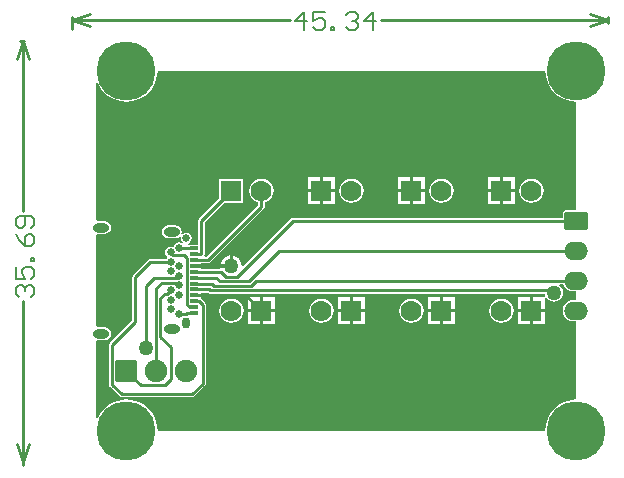
<source format=gtl>
G04 Layer_Physical_Order=1*
G04 Layer_Color=255*
%FSLAX44Y44*%
%MOMM*%
G71*
G01*
G75*
%ADD10R,0.7000X0.3000*%
%ADD11C,0.2540*%
%ADD12C,0.1524*%
%ADD13O,1.4000X0.8000*%
%ADD14C,0.6500*%
%ADD15O,0.6500X0.9500*%
%ADD16C,1.7780*%
%ADD17R,1.7780X1.7780*%
%ADD18C,5.0000*%
%ADD19O,2.0320X1.5240*%
G04:AMPARAMS|DCode=20|XSize=1.524mm|YSize=2.032mm|CornerRadius=0.1905mm|HoleSize=0mm|Usage=FLASHONLY|Rotation=270.000|XOffset=0mm|YOffset=0mm|HoleType=Round|Shape=RoundedRectangle|*
%AMROUNDEDRECTD20*
21,1,1.5240,1.6510,0,0,270.0*
21,1,1.1430,2.0320,0,0,270.0*
1,1,0.3810,-0.8255,-0.5715*
1,1,0.3810,-0.8255,0.5715*
1,1,0.3810,0.8255,0.5715*
1,1,0.3810,0.8255,-0.5715*
%
%ADD20ROUNDEDRECTD20*%
G04:AMPARAMS|DCode=21|XSize=1.905mm|YSize=1.905mm|CornerRadius=0.2381mm|HoleSize=0mm|Usage=FLASHONLY|Rotation=90.000|XOffset=0mm|YOffset=0mm|HoleType=Round|Shape=RoundedRectangle|*
%AMROUNDEDRECTD21*
21,1,1.9050,1.4287,0,0,90.0*
21,1,1.4287,1.9050,0,0,90.0*
1,1,0.4763,0.7144,0.7144*
1,1,0.4763,0.7144,-0.7144*
1,1,0.4763,-0.7144,-0.7144*
1,1,0.4763,-0.7144,0.7144*
%
%ADD21ROUNDEDRECTD21*%
%ADD22C,1.9050*%
%ADD23C,1.2700*%
G36*
X659773Y1138878D02*
X660739Y1134857D01*
X662321Y1131037D01*
X664481Y1127511D01*
X667167Y1124367D01*
X670311Y1121681D01*
X673837Y1119521D01*
X677657Y1117939D01*
X681678Y1116973D01*
X685800Y1116649D01*
Y1024952D01*
X677545D01*
X676306Y1024706D01*
X675256Y1024004D01*
X674554Y1022954D01*
X674308Y1021715D01*
Y1018590D01*
X446010D01*
X445019Y1018393D01*
X444179Y1017831D01*
X403508Y977160D01*
X403175Y977324D01*
X402394Y977842D01*
X402107Y980021D01*
X401211Y982183D01*
X399786Y984040D01*
X397929Y985465D01*
X395767Y986361D01*
X394716Y986499D01*
Y977700D01*
X393446D01*
Y976430D01*
X384515D01*
X383516Y975290D01*
X368240D01*
Y976430D01*
X362200D01*
Y978970D01*
X368240D01*
Y980110D01*
X373886D01*
X374878Y980307D01*
X375718Y980869D01*
X420931Y1026082D01*
X421493Y1026923D01*
X421690Y1027914D01*
Y1031493D01*
X421752Y1031501D01*
X424224Y1032525D01*
X426346Y1034154D01*
X427975Y1036276D01*
X428998Y1038748D01*
X429348Y1041400D01*
X428998Y1044052D01*
X427975Y1046524D01*
X426346Y1048646D01*
X424224Y1050275D01*
X421752Y1051299D01*
X419100Y1051648D01*
X416448Y1051299D01*
X413976Y1050275D01*
X411854Y1048646D01*
X410225Y1046524D01*
X409202Y1044052D01*
X408852Y1041400D01*
X409202Y1038748D01*
X410225Y1036276D01*
X411854Y1034154D01*
X413976Y1032525D01*
X416448Y1031501D01*
X416510Y1031493D01*
Y1028986D01*
X372814Y985290D01*
X371272D01*
X370593Y986560D01*
X370693Y986709D01*
X370890Y987700D01*
Y1014927D01*
X387202Y1031240D01*
X403860D01*
Y1051560D01*
X383540D01*
Y1034902D01*
X366469Y1017831D01*
X365907Y1016991D01*
X365710Y1016000D01*
Y995470D01*
X357430D01*
X357430Y995470D01*
X357423Y995471D01*
X357015Y996166D01*
X357364Y996942D01*
X358859Y997941D01*
X359858Y999436D01*
X360209Y1001200D01*
X359858Y1002964D01*
X358859Y1004459D01*
X357364Y1005458D01*
X355600Y1005808D01*
X353836Y1005458D01*
X352365Y1004475D01*
X352252Y1004500D01*
X351175Y1004999D01*
X351473Y1006500D01*
X351064Y1008556D01*
X349900Y1010299D01*
X348156Y1011464D01*
X346100Y1011873D01*
X340100D01*
X338044Y1011464D01*
X336301Y1010299D01*
X335136Y1008556D01*
X334727Y1006500D01*
X335136Y1004444D01*
X336301Y1002700D01*
X338044Y1001536D01*
X340100Y1001127D01*
X346100D01*
X348156Y1001536D01*
X349900Y1002700D01*
X350036Y1002904D01*
X351232Y1002408D01*
X350991Y1001200D01*
X351342Y999436D01*
X352341Y997941D01*
X351567Y996988D01*
X350864Y997458D01*
X349100Y997809D01*
X347337Y997458D01*
X345841Y996459D01*
X344842Y994964D01*
X344731Y994405D01*
X343863Y993458D01*
X342100Y993809D01*
X340336Y993458D01*
X338841Y992459D01*
X337842Y990964D01*
X337491Y989200D01*
X337842Y987436D01*
X338841Y985941D01*
X338889Y984661D01*
X338235Y983790D01*
X325120D01*
X324129Y983593D01*
X323289Y983031D01*
X310589Y970331D01*
X310027Y969491D01*
X309830Y968500D01*
Y931475D01*
X290777Y912421D01*
X290215Y911581D01*
X290018Y910590D01*
Y877062D01*
X290215Y876071D01*
X290777Y875231D01*
X298905Y867103D01*
X299745Y866541D01*
X300736Y866344D01*
X360426D01*
X361417Y866541D01*
X362257Y867103D01*
X371147Y875993D01*
X371709Y876833D01*
X371906Y877824D01*
Y944880D01*
X371709Y945871D01*
X371147Y946711D01*
X368327Y949531D01*
X368240Y949589D01*
Y951430D01*
X362200D01*
Y953970D01*
X368240D01*
Y955110D01*
X373386D01*
X373495Y955001D01*
X374336Y954439D01*
X375327Y954242D01*
X659169D01*
X659326Y953051D01*
X659368Y952951D01*
X659129Y951708D01*
Y951708D01*
X659129Y951708D01*
X659129Y951708D01*
X658706Y951230D01*
X658217Y951230D01*
X648970D01*
Y941070D01*
X659130D01*
Y950132D01*
X659130Y950367D01*
X659856Y950614D01*
X660930Y950108D01*
X661315Y949605D01*
X662907Y948384D01*
X664761Y947616D01*
X666750Y947354D01*
X668739Y947616D01*
X670593Y948384D01*
X672185Y949605D01*
X673406Y951197D01*
X674174Y953051D01*
X674436Y955040D01*
X674174Y957029D01*
X673406Y958883D01*
X672185Y960475D01*
X671057Y961340D01*
X671488Y962610D01*
X674710D01*
X675495Y960717D01*
X676920Y958860D01*
X678777Y957435D01*
X680939Y956539D01*
X683260Y956233D01*
X685800D01*
Y948767D01*
X683260D01*
X680939Y948461D01*
X678777Y947565D01*
X676920Y946140D01*
X675495Y944283D01*
X674599Y942121D01*
X674293Y939800D01*
X674599Y937479D01*
X675495Y935317D01*
X676920Y933460D01*
X678777Y932035D01*
X680939Y931139D01*
X683260Y930833D01*
X685800D01*
Y864551D01*
X681678Y864227D01*
X677657Y863261D01*
X673837Y861679D01*
X670311Y859519D01*
X667167Y856833D01*
X664481Y853689D01*
X662321Y850163D01*
X660739Y846343D01*
X659773Y842322D01*
X659449Y838200D01*
X331151D01*
X330827Y842322D01*
X329861Y846343D01*
X328279Y850163D01*
X326119Y853689D01*
X323433Y856833D01*
X320289Y859519D01*
X316763Y861679D01*
X312943Y863261D01*
X308922Y864227D01*
X304800Y864551D01*
X300678Y864227D01*
X296657Y863261D01*
X292837Y861679D01*
X289311Y859519D01*
X286167Y856833D01*
X283481Y853689D01*
X281321Y850163D01*
X280670Y848592D01*
X279400Y848845D01*
Y914164D01*
X280382Y914970D01*
X280600Y914927D01*
X286600D01*
X288656Y915336D01*
X290400Y916500D01*
X291564Y918244D01*
X291973Y920300D01*
X291564Y922356D01*
X290400Y924099D01*
X288656Y925264D01*
X286600Y925673D01*
X280600D01*
X280382Y925630D01*
X279400Y926435D01*
Y1003965D01*
X280382Y1004770D01*
X280600Y1004727D01*
X286600D01*
X288656Y1005136D01*
X290400Y1006301D01*
X291564Y1008044D01*
X291973Y1010100D01*
X291564Y1012156D01*
X290400Y1013900D01*
X288656Y1015064D01*
X286600Y1015473D01*
X280600D01*
X280382Y1015430D01*
X279400Y1016236D01*
Y1117600D01*
Y1132355D01*
X280670Y1132608D01*
X281321Y1131037D01*
X283481Y1127511D01*
X286167Y1124367D01*
X289311Y1121681D01*
X292837Y1119521D01*
X296657Y1117939D01*
X300678Y1116973D01*
X304800Y1116649D01*
X308922Y1116973D01*
X312943Y1117939D01*
X316763Y1119521D01*
X320289Y1121681D01*
X323433Y1124367D01*
X326119Y1127511D01*
X328279Y1131037D01*
X329861Y1134857D01*
X330827Y1138878D01*
X331151Y1143000D01*
X659449D01*
X659773Y1138878D01*
D02*
G37*
%LPC*%
G36*
X633730Y1052830D02*
X623570D01*
Y1042670D01*
X633730D01*
Y1052830D01*
D02*
G37*
G36*
X621030D02*
X610870D01*
Y1042670D01*
X621030D01*
Y1052830D01*
D02*
G37*
G36*
X557530D02*
X547370D01*
Y1042670D01*
X557530D01*
Y1052830D01*
D02*
G37*
G36*
X544830D02*
X534670D01*
Y1042670D01*
X544830D01*
Y1052830D01*
D02*
G37*
G36*
X481330D02*
X471170D01*
Y1042670D01*
X481330D01*
Y1052830D01*
D02*
G37*
G36*
X468630D02*
X458470D01*
Y1042670D01*
X468630D01*
Y1052830D01*
D02*
G37*
G36*
X647700Y1051648D02*
X645048Y1051299D01*
X642576Y1050275D01*
X640454Y1048646D01*
X638825Y1046524D01*
X637802Y1044052D01*
X637452Y1041400D01*
X637802Y1038748D01*
X638825Y1036276D01*
X640454Y1034154D01*
X642576Y1032525D01*
X645048Y1031501D01*
X647700Y1031152D01*
X650352Y1031501D01*
X652824Y1032525D01*
X654946Y1034154D01*
X656575Y1036276D01*
X657598Y1038748D01*
X657948Y1041400D01*
X657598Y1044052D01*
X656575Y1046524D01*
X654946Y1048646D01*
X652824Y1050275D01*
X650352Y1051299D01*
X647700Y1051648D01*
D02*
G37*
G36*
X571500D02*
X568848Y1051299D01*
X566376Y1050275D01*
X564254Y1048646D01*
X562625Y1046524D01*
X561601Y1044052D01*
X561252Y1041400D01*
X561601Y1038748D01*
X562625Y1036276D01*
X564254Y1034154D01*
X566376Y1032525D01*
X568848Y1031501D01*
X571500Y1031152D01*
X574152Y1031501D01*
X576624Y1032525D01*
X578746Y1034154D01*
X580375Y1036276D01*
X581399Y1038748D01*
X581748Y1041400D01*
X581399Y1044052D01*
X580375Y1046524D01*
X578746Y1048646D01*
X576624Y1050275D01*
X574152Y1051299D01*
X571500Y1051648D01*
D02*
G37*
G36*
X495300D02*
X492648Y1051299D01*
X490176Y1050275D01*
X488054Y1048646D01*
X486425Y1046524D01*
X485401Y1044052D01*
X485052Y1041400D01*
X485401Y1038748D01*
X486425Y1036276D01*
X488054Y1034154D01*
X490176Y1032525D01*
X492648Y1031501D01*
X495300Y1031152D01*
X497952Y1031501D01*
X500424Y1032525D01*
X502546Y1034154D01*
X504175Y1036276D01*
X505199Y1038748D01*
X505548Y1041400D01*
X505199Y1044052D01*
X504175Y1046524D01*
X502546Y1048646D01*
X500424Y1050275D01*
X497952Y1051299D01*
X495300Y1051648D01*
D02*
G37*
G36*
X633730Y1040130D02*
X623570D01*
Y1029970D01*
X633730D01*
Y1040130D01*
D02*
G37*
G36*
X621030D02*
X610870D01*
Y1029970D01*
X621030D01*
Y1040130D01*
D02*
G37*
G36*
X557530D02*
X547370D01*
Y1029970D01*
X557530D01*
Y1040130D01*
D02*
G37*
G36*
X544830D02*
X534670D01*
Y1029970D01*
X544830D01*
Y1040130D01*
D02*
G37*
G36*
X481330D02*
X471170D01*
Y1029970D01*
X481330D01*
Y1040130D01*
D02*
G37*
G36*
X468630D02*
X458470D01*
Y1029970D01*
X468630D01*
Y1040130D01*
D02*
G37*
G36*
X392176Y986499D02*
X391125Y986361D01*
X388963Y985465D01*
X387106Y984040D01*
X385681Y982183D01*
X384785Y980021D01*
X384646Y978970D01*
X392176D01*
Y986499D01*
D02*
G37*
G36*
X506730Y951230D02*
X496570D01*
Y941070D01*
X506730D01*
Y951230D01*
D02*
G37*
G36*
X430530D02*
X420370D01*
Y941070D01*
X430530D01*
Y951230D01*
D02*
G37*
G36*
X582930D02*
X572770D01*
Y941070D01*
X582930D01*
Y951230D01*
D02*
G37*
G36*
X494030D02*
X483870D01*
Y941070D01*
X494030D01*
Y951230D01*
D02*
G37*
G36*
X646430D02*
X636270D01*
Y941070D01*
X646430D01*
Y951230D01*
D02*
G37*
G36*
X570230D02*
X560070D01*
Y941070D01*
X570230D01*
Y951230D01*
D02*
G37*
G36*
X417830D02*
X407670D01*
Y941070D01*
X417830D01*
Y951230D01*
D02*
G37*
G36*
X622300Y950048D02*
X619648Y949698D01*
X617176Y948675D01*
X615054Y947046D01*
X613425Y944924D01*
X612402Y942452D01*
X612052Y939800D01*
X612402Y937148D01*
X613425Y934676D01*
X615054Y932554D01*
X617176Y930925D01*
X619648Y929902D01*
X622300Y929552D01*
X624952Y929902D01*
X627424Y930925D01*
X629546Y932554D01*
X631175Y934676D01*
X632198Y937148D01*
X632548Y939800D01*
X632198Y942452D01*
X631175Y944924D01*
X629546Y947046D01*
X627424Y948675D01*
X624952Y949698D01*
X622300Y950048D01*
D02*
G37*
G36*
X546100D02*
X543448Y949698D01*
X540976Y948675D01*
X538854Y947046D01*
X537225Y944924D01*
X536202Y942452D01*
X535852Y939800D01*
X536202Y937148D01*
X537225Y934676D01*
X538854Y932554D01*
X540976Y930925D01*
X543448Y929902D01*
X546100Y929552D01*
X548752Y929902D01*
X551224Y930925D01*
X553346Y932554D01*
X554975Y934676D01*
X555998Y937148D01*
X556348Y939800D01*
X555998Y942452D01*
X554975Y944924D01*
X553346Y947046D01*
X551224Y948675D01*
X548752Y949698D01*
X546100Y950048D01*
D02*
G37*
G36*
X469900D02*
X467248Y949698D01*
X464776Y948675D01*
X462654Y947046D01*
X461025Y944924D01*
X460001Y942452D01*
X459652Y939800D01*
X460001Y937148D01*
X461025Y934676D01*
X462654Y932554D01*
X464776Y930925D01*
X467248Y929902D01*
X469900Y929552D01*
X472552Y929902D01*
X475024Y930925D01*
X477146Y932554D01*
X478775Y934676D01*
X479799Y937148D01*
X480148Y939800D01*
X479799Y942452D01*
X478775Y944924D01*
X477146Y947046D01*
X475024Y948675D01*
X472552Y949698D01*
X469900Y950048D01*
D02*
G37*
G36*
X393700D02*
X391048Y949698D01*
X388576Y948675D01*
X386454Y947046D01*
X384825Y944924D01*
X383801Y942452D01*
X383452Y939800D01*
X383801Y937148D01*
X384825Y934676D01*
X386454Y932554D01*
X388576Y930925D01*
X391048Y929902D01*
X393700Y929552D01*
X396352Y929902D01*
X398824Y930925D01*
X400946Y932554D01*
X402575Y934676D01*
X403599Y937148D01*
X403948Y939800D01*
X403599Y942452D01*
X402575Y944924D01*
X400946Y947046D01*
X398824Y948675D01*
X396352Y949698D01*
X393700Y950048D01*
D02*
G37*
G36*
X659130Y938530D02*
X648970D01*
Y928370D01*
X659130D01*
Y938530D01*
D02*
G37*
G36*
X646430D02*
X636270D01*
Y928370D01*
X646430D01*
Y938530D01*
D02*
G37*
G36*
X582930D02*
X572770D01*
Y928370D01*
X582930D01*
Y938530D01*
D02*
G37*
G36*
X570230D02*
X560070D01*
Y928370D01*
X570230D01*
Y938530D01*
D02*
G37*
G36*
X506730D02*
X496570D01*
Y928370D01*
X506730D01*
Y938530D01*
D02*
G37*
G36*
X494030D02*
X483870D01*
Y928370D01*
X494030D01*
Y938530D01*
D02*
G37*
G36*
X430530D02*
X420370D01*
Y928370D01*
X430530D01*
Y938530D01*
D02*
G37*
G36*
X417830D02*
X407670D01*
Y928370D01*
X417830D01*
Y938530D01*
D02*
G37*
%LPD*%
D10*
X362200Y937700D02*
D03*
Y942700D02*
D03*
Y947700D02*
D03*
Y952700D02*
D03*
Y957700D02*
D03*
Y992700D02*
D03*
Y987700D02*
D03*
Y982700D02*
D03*
Y977700D02*
D03*
Y972700D02*
D03*
Y967700D02*
D03*
Y962700D02*
D03*
D11*
X217170Y808990D02*
Y814070D01*
X214630Y1168400D02*
X218440D01*
X217170Y811530D02*
Y947558D01*
Y1024244D02*
Y1168400D01*
Y811530D02*
X222250Y826770D01*
X212090D02*
X217170Y811530D01*
X212090Y1153160D02*
X217170Y1168400D01*
X222250Y1153160D01*
X712470Y1183640D02*
Y1188720D01*
X259080Y1178560D02*
Y1188720D01*
X520054Y1186180D02*
X712470D01*
X259080D02*
X443368D01*
X697230Y1191260D02*
X712470Y1186180D01*
X697230Y1181100D02*
X712470Y1186180D01*
X259080D02*
X274320Y1181100D01*
X259080Y1186180D02*
X274320Y1191260D01*
X419100Y1027914D02*
Y1041400D01*
X373886Y982700D02*
X419100Y1027914D01*
X362200Y982700D02*
X373886D01*
X339178Y954278D02*
X342100Y957200D01*
X337312Y954278D02*
X339178D01*
X333560Y950526D02*
X337312Y954278D01*
X333560Y917448D02*
Y950526D01*
Y917448D02*
X342392Y908616D01*
Y881888D02*
Y908616D01*
X337312Y876808D02*
X342392Y881888D01*
X316992Y876808D02*
X337312D01*
X304800Y889000D02*
X316992Y876808D01*
X321310Y908050D02*
Y960545D01*
X328123Y967358D01*
X347258D01*
X349100Y969200D01*
X330200Y889000D02*
Y913100D01*
X329750Y913550D02*
X330200Y913100D01*
X329750Y913550D02*
Y958654D01*
X334644Y963548D01*
X346752D01*
X349100Y961200D01*
X325120Y981200D02*
X342100D01*
X312420Y968500D02*
X325120Y981200D01*
X312420Y930402D02*
Y968500D01*
X292608Y910590D02*
X312420Y930402D01*
X292608Y877062D02*
Y910590D01*
Y877062D02*
X300736Y868934D01*
X360426D01*
X369316Y877824D01*
Y944880D01*
X366496Y947700D02*
X369316Y944880D01*
X362200Y947700D02*
X366496D01*
X362200Y952700D02*
X406200D01*
X419100Y939800D01*
X362200Y957700D02*
X374459D01*
X375327Y956832D01*
X664958D01*
X666750Y955040D01*
X434340Y990600D02*
X685800D01*
X408192Y964452D02*
X434340Y990600D01*
X384078Y964452D02*
X408192D01*
X380830Y967700D02*
X384078Y964452D01*
X362200Y967700D02*
X380830D01*
X414598Y965200D02*
X685800D01*
X410040Y960642D02*
X414598Y965200D01*
X379078Y960642D02*
X410040D01*
X377020Y962700D02*
X379078Y960642D01*
X362200Y962700D02*
X377020D01*
X446010Y1016000D02*
X685800D01*
X398272Y968262D02*
X446010Y1016000D01*
X389078Y968262D02*
X398272D01*
X384640Y972700D02*
X389078Y968262D01*
X362200Y972700D02*
X384640D01*
X362200Y977700D02*
X393446D01*
X355846Y937700D02*
X362200D01*
X355346Y937200D02*
X355846Y937700D01*
X349100Y937200D02*
X355346D01*
X358288Y942700D02*
X362200D01*
X356108Y944880D02*
X358288Y942700D01*
X356108Y944880D02*
Y984504D01*
X353568Y987044D02*
X356108Y984504D01*
X344256Y987044D02*
X353568D01*
X342100Y989200D02*
X344256Y987044D01*
X362200Y987700D02*
X368300D01*
Y1016000D01*
X393700Y1041400D01*
X355846Y992700D02*
X362200D01*
X355346Y993200D02*
X355846Y992700D01*
X349100Y993200D02*
X355346D01*
D12*
X213616Y951622D02*
X211077Y954161D01*
Y959240D01*
X213616Y961779D01*
X216155D01*
X218694Y959240D01*
Y956700D01*
Y959240D01*
X221233Y961779D01*
X223772D01*
X226311Y959240D01*
Y954161D01*
X223772Y951622D01*
X211077Y977014D02*
Y966857D01*
X218694D01*
X216155Y971936D01*
Y974475D01*
X218694Y977014D01*
X223772D01*
X226311Y974475D01*
Y969396D01*
X223772Y966857D01*
X226311Y982092D02*
X223772D01*
Y984631D01*
X226311D01*
Y982092D01*
X211077Y1004945D02*
X213616Y999866D01*
X218694Y994788D01*
X223772D01*
X226311Y997327D01*
Y1002406D01*
X223772Y1004945D01*
X221233D01*
X218694Y1002406D01*
Y994788D01*
X223772Y1010023D02*
X226311Y1012562D01*
Y1017641D01*
X223772Y1020180D01*
X213616D01*
X211077Y1017641D01*
Y1012562D01*
X213616Y1010023D01*
X216155D01*
X218694Y1012562D01*
Y1020180D01*
X455050Y1177038D02*
Y1192273D01*
X447432Y1184656D01*
X457589D01*
X472824Y1192273D02*
X462667D01*
Y1184656D01*
X467746Y1187195D01*
X470285D01*
X472824Y1184656D01*
Y1179578D01*
X470285Y1177038D01*
X465206D01*
X462667Y1179578D01*
X477902Y1177038D02*
Y1179578D01*
X480441D01*
Y1177038D01*
X477902D01*
X490598Y1189734D02*
X493137Y1192273D01*
X498216D01*
X500755Y1189734D01*
Y1187195D01*
X498216Y1184656D01*
X495676D01*
X498216D01*
X500755Y1182117D01*
Y1179578D01*
X498216Y1177038D01*
X493137D01*
X490598Y1179578D01*
X513451Y1177038D02*
Y1192273D01*
X505833Y1184656D01*
X515990D01*
D13*
X283600Y920300D02*
D03*
Y1010100D02*
D03*
X343100Y923900D02*
D03*
Y1006500D02*
D03*
D14*
X349100Y993200D02*
D03*
Y937200D02*
D03*
X342100Y989200D02*
D03*
Y941200D02*
D03*
Y949200D02*
D03*
Y981200D02*
D03*
Y973200D02*
D03*
Y957200D02*
D03*
X349100Y977200D02*
D03*
Y953200D02*
D03*
Y961200D02*
D03*
Y969200D02*
D03*
X355600Y1001200D02*
D03*
D15*
Y929200D02*
D03*
D16*
X419100Y1041400D02*
D03*
X546100Y939800D02*
D03*
X647700Y1041400D02*
D03*
X571500D02*
D03*
X495300D02*
D03*
X393700Y939800D02*
D03*
X469900D02*
D03*
X622300D02*
D03*
D17*
X393700Y1041400D02*
D03*
X571500Y939800D02*
D03*
X622300Y1041400D02*
D03*
X546100D02*
D03*
X469900D02*
D03*
X419100Y939800D02*
D03*
X495300D02*
D03*
X647700D02*
D03*
D18*
X685800Y838200D02*
D03*
Y1143000D02*
D03*
X304800Y838200D02*
D03*
Y1143000D02*
D03*
D19*
X685800Y939800D02*
D03*
Y990600D02*
D03*
Y965200D02*
D03*
D20*
Y1016000D02*
D03*
D21*
X304800Y889000D02*
D03*
D22*
X330200D02*
D03*
X355600D02*
D03*
D23*
X321310Y908050D02*
D03*
X666750Y955040D02*
D03*
X393446Y977700D02*
D03*
M02*

</source>
